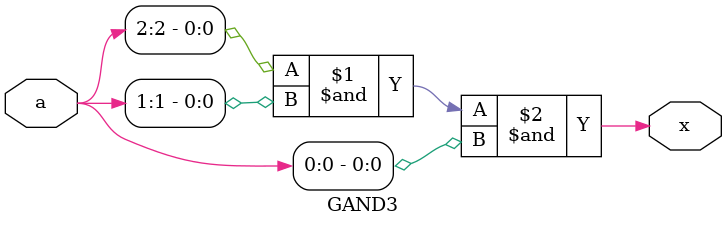
<source format=v>

module GAND3(a,x);
input [2:0] a;
output x;
//ASIGNACIONES
assign x= a[2]&a[1]&a[0];
endmodule

</source>
